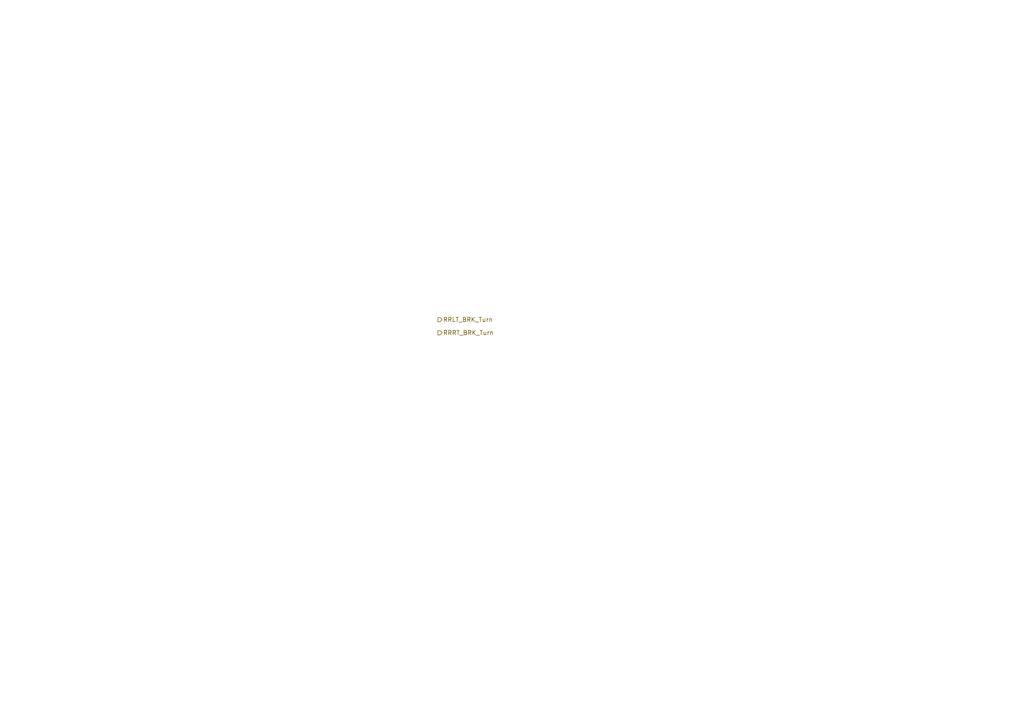
<source format=kicad_sch>
(kicad_sch
	(version 20250114)
	(generator "eeschema")
	(generator_version "9.0")
	(uuid "a75b9d60-efe3-42a6-8800-d99f3a66afe7")
	(paper "A4")
	(lib_symbols)
	(hierarchical_label "RRRT_BRK_Turn"
		(shape output)
		(at 127 96.52 0)
		(effects
			(font
				(size 1.27 1.27)
			)
			(justify left)
		)
		(uuid "3de3ffcd-1b53-4362-93e9-5146f5adce98")
	)
	(hierarchical_label "RRLT_BRK_Turn"
		(shape output)
		(at 127 92.71 0)
		(effects
			(font
				(size 1.27 1.27)
			)
			(justify left)
		)
		(uuid "a4fca87c-77bc-4ada-a8a5-ec7e4c89e13a")
	)
)

</source>
